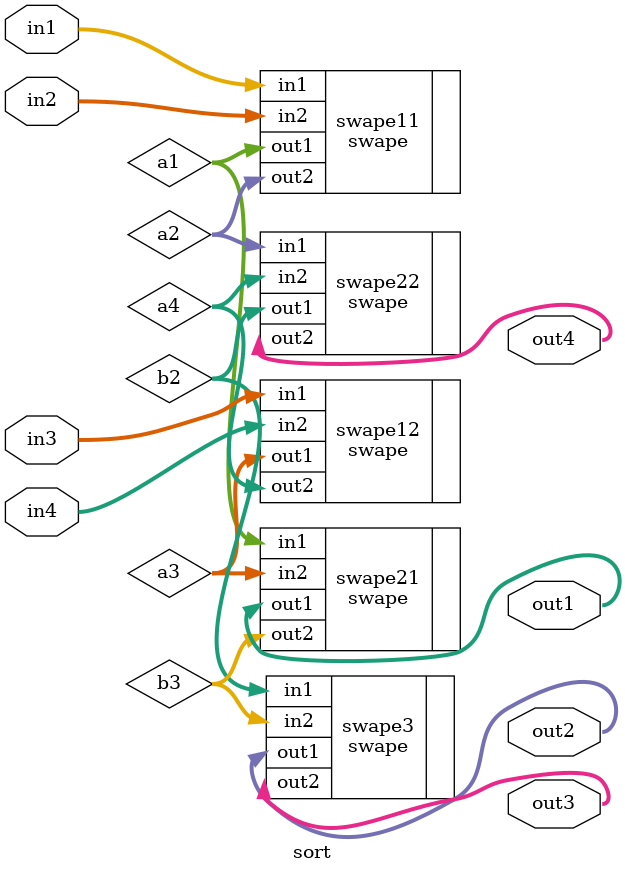
<source format=v>

module sort(in1,in2,in3,in4,out1,out2,out3,out4);

input [7:0] in1,in2,in3,in4;
output [7:0] out1,out2,out3,out4;

wire [7:0] a1,a2,a3,a4,
	   b2,b3;
//first merge
swape swape11(
.in1(in1),
.in2(in2),
.out1(a1),
.out2(a2)
);
swape swape12(
.in1(in3),
.in2(in4),
.out1(a3),
.out2(a4)
);
//second merge
swape swape21(
.in1(a1),
.in2(a3),
.out1(out1),
.out2(b3)
);
swape swape22(
.in1(a2),
.in2(a4),
.out1(b2),
.out2(out4)
);
//final merge
swape swape3(
.in1(b2),
.in2(b3),
.out1(out2),
.out2(out3)
);



endmodule
</source>
